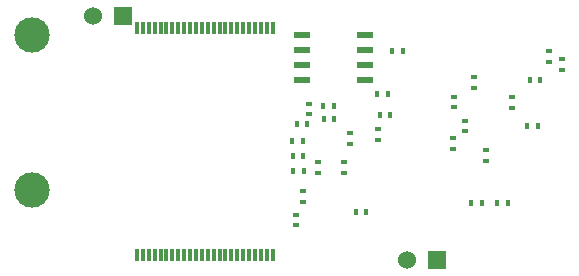
<source format=gbs>
G04 #@! TF.FileFunction,Soldermask,Bot*
%FSLAX46Y46*%
G04 Gerber Fmt 4.6, Leading zero omitted, Abs format (unit mm)*
G04 Created by KiCad (PCBNEW 4.1.0-alpha+201605292346+6852~44~ubuntu14.04.1-product) date Thu Jun  2 19:47:09 2016*
%MOMM*%
%LPD*%
G01*
G04 APERTURE LIST*
%ADD10C,0.150000*%
%ADD11R,0.398780X0.599440*%
%ADD12R,0.599440X0.398780*%
%ADD13R,1.399540X0.599440*%
%ADD14R,1.524000X1.524000*%
%ADD15C,1.524000*%
%ADD16R,0.299720X1.099820*%
%ADD17C,3.000000*%
G04 APERTURE END LIST*
D10*
D11*
X161678620Y-86093300D03*
X162577780Y-86093300D03*
D12*
X174967900Y-87038180D03*
X174967900Y-86139020D03*
X169659300Y-94482920D03*
X169659300Y-95382080D03*
X168630600Y-89235280D03*
X168630600Y-88336120D03*
X171792900Y-90025220D03*
X171792900Y-90924380D03*
D11*
X173311820Y-88531700D03*
X174210980Y-88531700D03*
X173121320Y-92430600D03*
X174020480Y-92430600D03*
X171480480Y-98971100D03*
X170581320Y-98971100D03*
D12*
X176047400Y-86799420D03*
X176047400Y-87698580D03*
X153517600Y-100855780D03*
X153517600Y-99956620D03*
D11*
X158592520Y-99771200D03*
X159491680Y-99771200D03*
D12*
X160477200Y-93642180D03*
X160477200Y-92743020D03*
D11*
X153233120Y-93713300D03*
X154132280Y-93713300D03*
X153601420Y-92252800D03*
X154500580Y-92252800D03*
D12*
X154635200Y-90558620D03*
X154635200Y-91457780D03*
D11*
X160395920Y-89712800D03*
X161295080Y-89712800D03*
D12*
X158076900Y-93946980D03*
X158076900Y-93047820D03*
X157568900Y-95498920D03*
X157568900Y-96398080D03*
D11*
X156773880Y-91859100D03*
X155874720Y-91859100D03*
X155811220Y-90766900D03*
X156710380Y-90766900D03*
X153245820Y-94996000D03*
X154144980Y-94996000D03*
X153271220Y-96227900D03*
X154170380Y-96227900D03*
D12*
X155359100Y-96398080D03*
X155359100Y-95498920D03*
X154114500Y-97975420D03*
X154114500Y-98874580D03*
D11*
X160611820Y-91554300D03*
X161510980Y-91554300D03*
D12*
X166878000Y-90886280D03*
X166878000Y-89987120D03*
D11*
X168358820Y-98933000D03*
X169257980Y-98933000D03*
D12*
X167855900Y-92006420D03*
X167855900Y-92905580D03*
X166814500Y-94391480D03*
X166814500Y-93492320D03*
D13*
X159397700Y-88595200D03*
X154063700Y-88595200D03*
X159397700Y-87325200D03*
X159397700Y-86055200D03*
X159397700Y-84785200D03*
X154063700Y-87325200D03*
X154063700Y-86055200D03*
X154063700Y-84785200D03*
D14*
X138887200Y-83121500D03*
D15*
X136347200Y-83121500D03*
D14*
X165430200Y-103835200D03*
D15*
X162890200Y-103835200D03*
D16*
X151556720Y-103388160D03*
X151056340Y-103388160D03*
X150558500Y-103388160D03*
X150058120Y-103388160D03*
X149557740Y-103388160D03*
X149057360Y-103388160D03*
X148556980Y-103388160D03*
X148056600Y-103388160D03*
X147556220Y-103388160D03*
X147058380Y-103388160D03*
X146558000Y-103388160D03*
X146057620Y-103388160D03*
X145559780Y-103388160D03*
X145059400Y-103388160D03*
X144559020Y-103388160D03*
X144061180Y-103388160D03*
X143560800Y-103388160D03*
X143060420Y-103388160D03*
X142560040Y-103388160D03*
X142059660Y-103388160D03*
X141559280Y-103388160D03*
X141058900Y-103388160D03*
X140561060Y-103388160D03*
X140060680Y-103388160D03*
X140060680Y-84140040D03*
X140561060Y-84140040D03*
X141058900Y-84140040D03*
X141559280Y-84140040D03*
X142059660Y-84140040D03*
X142560040Y-84140040D03*
X143060420Y-84140040D03*
X143560800Y-84140040D03*
X144061180Y-84140040D03*
X144559020Y-84140040D03*
X145059400Y-84140040D03*
X145559780Y-84140040D03*
X146057620Y-84140040D03*
X146558000Y-84140040D03*
X147058380Y-84140040D03*
X147556220Y-84140040D03*
X148056600Y-84140040D03*
X148556980Y-84140040D03*
X149057360Y-84140040D03*
X149557740Y-84140040D03*
X150058120Y-84140040D03*
X150558500Y-84140040D03*
X151056340Y-84140040D03*
X151556720Y-84140040D03*
D17*
X131138600Y-84768400D03*
X131138600Y-97908400D03*
M02*

</source>
